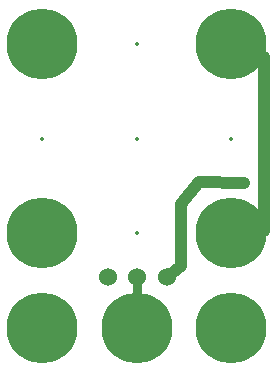
<source format=gbl>
%TF.GenerationSoftware,KiCad,Pcbnew,5.0.0-fee4fd1~66~ubuntu16.04.1*%
%TF.CreationDate,2018-09-25T21:02:47-07:00*%
%TF.ProjectId,3x4-CR2032-Coin-Cell-On-Off-Switch,3378342D4352323033322D436F696E2D,v1.1*%
%TF.SameCoordinates,Original*%
%TF.FileFunction,Copper,L2,Bot,Signal*%
%TF.FilePolarity,Positive*%
%FSLAX46Y46*%
G04 Gerber Fmt 4.6, Leading zero omitted, Abs format (unit mm)*
G04 Created by KiCad (PCBNEW 5.0.0-fee4fd1~66~ubuntu16.04.1) date Tue Sep 25 21:02:47 2018*
%MOMM*%
%LPD*%
G01*
G04 APERTURE LIST*
%ADD10C,1.016000*%
%ADD11C,0.762000*%
%ADD12C,6.000000*%
%ADD13C,1.524000*%
%ADD14C,1.016000*%
%ADD15C,0.350000*%
G04 APERTURE END LIST*
D10*
X26510000Y-60090000D02*
X30304200Y-60096400D01*
X24960000Y-67140000D02*
X24960000Y-61890000D01*
X26510000Y-60090000D02*
X24960000Y-61890000D01*
X24960000Y-67140000D02*
X23710000Y-68140000D01*
D11*
X21210000Y-72890000D02*
X21210000Y-67890000D01*
D10*
X32010000Y-49490000D02*
X32010000Y-64190000D01*
X32010000Y-49490000D02*
X30010000Y-48490000D01*
X30710000Y-64190000D02*
X32010000Y-64190000D01*
D12*
X13210000Y-48390000D03*
X29210000Y-48390000D03*
X13210000Y-64390000D03*
X29210000Y-64390000D03*
X13210000Y-72390000D03*
X21210000Y-72390000D03*
X29210000Y-72390000D03*
D13*
X21270490Y-68078446D03*
X18781290Y-68078446D03*
X23759690Y-68078446D03*
D14*
X30310000Y-60096400D03*
D15*
X21210000Y-56390000D03*
X13210000Y-56390000D03*
X29210000Y-56390000D03*
X13210000Y-48390000D03*
X21210000Y-48390000D03*
X29210000Y-48390000D03*
X13210000Y-64390000D03*
X21210000Y-64390000D03*
X29210000Y-64390000D03*
X13210000Y-72390000D03*
X21210000Y-72390000D03*
X29210000Y-72390000D03*
X21270490Y-68078446D03*
X18781290Y-68078446D03*
X23759690Y-68078446D03*
X30310000Y-60096400D03*
M02*

</source>
